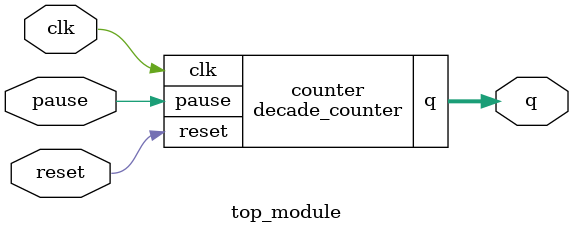
<source format=v>
module decade_counter (
    input clk,
    input pause,
    input reset,
    output reg [3:0] q
);

reg [3:0] johnson;
reg [3:0] johnson_next;
reg flip_flop;

always @ (posedge clk) begin
    if (reset) begin
        johnson <= 4'b0001;
        flip_flop <= 1'b0;
        q <= 4'b0000;
    end else if (pause) begin
        johnson_next <= johnson;
    end else begin
        johnson_next[0] <= johnson[3];
        johnson_next[1] <= johnson[0];
        johnson_next[2] <= johnson[1];
        johnson_next[3] <= johnson[2] ^ johnson[3];
        johnson <= johnson_next;
        
        if (johnson == 4'b1001) begin
            flip_flop <= ~flip_flop;
        end
        
        if (flip_flop) begin
            q <= 4'b0000;
        end else begin
            q <= johnson;
        end
    end
end

endmodule

module top_module (
    input clk,
    input pause,
    input reset,
    output [3:0] q
);

decade_counter counter (
    .clk(clk),
    .pause(pause),
    .reset(reset),
    .q(q)
);

endmodule
</source>
